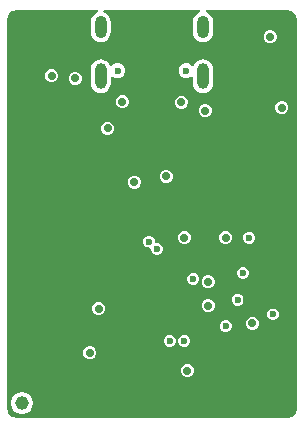
<source format=gbr>
%TF.GenerationSoftware,Altium Limited,Altium Designer,21.7.2 (23)*%
G04 Layer_Physical_Order=3*
G04 Layer_Color=16440176*
%FSLAX45Y45*%
%MOMM*%
%TF.SameCoordinates,838FB56E-0ED7-4152-9A2E-8E5145BDEB09*%
%TF.FilePolarity,Positive*%
%TF.FileFunction,Copper,L3,Inr,Signal*%
%TF.Part,Single*%
G01*
G75*
%TA.AperFunction,WasherPad*%
%ADD43C,1.15200*%
%TA.AperFunction,ComponentPad*%
%ADD44C,0.60000*%
%ADD45O,1.00000X2.20000*%
%ADD46O,1.00000X1.90000*%
%TA.AperFunction,ViaPad*%
%ADD47C,0.70000*%
%ADD48C,0.60000*%
G36*
X1150000Y2375000D02*
X1150000Y2375000D01*
X1150004D01*
X1163803Y2373724D01*
X1171877Y2372119D01*
X1185526Y2366465D01*
X1197810Y2358257D01*
X1208257Y2347810D01*
X1216464Y2335526D01*
X1222118Y2321877D01*
X1225000Y2307387D01*
X1224999Y2300000D01*
X1225001Y-999999D01*
X1225000Y-1000000D01*
X1225000Y-1007386D01*
X1222118Y-1021876D01*
X1216464Y-1035525D01*
X1208257Y-1047809D01*
X1197810Y-1058256D01*
X1185526Y-1066463D01*
X1171877Y-1072117D01*
X1157387Y-1074999D01*
X1150000Y-1074999D01*
X-1152879D01*
X-1168335Y-1071925D01*
X-1182894Y-1065894D01*
X-1195997Y-1057139D01*
X-1207140Y-1045996D01*
X-1215895Y-1032893D01*
X-1221925Y-1018334D01*
X-1225000Y-1002878D01*
Y-994999D01*
Y2300000D01*
X-1225000Y2307387D01*
X-1222118Y2321877D01*
X-1216464Y2335526D01*
X-1208257Y2347810D01*
X-1197810Y2358257D01*
X-1185526Y2366464D01*
X-1171877Y2372118D01*
X-1157387Y2375000D01*
X-1150000Y2374999D01*
X-457399Y2375000D01*
X-454167Y2360863D01*
X-474358Y2352500D01*
X-491696Y2339196D01*
X-505000Y2321858D01*
X-513363Y2301667D01*
X-516216Y2280000D01*
Y2190000D01*
X-513363Y2168333D01*
X-505000Y2148142D01*
X-491696Y2130804D01*
X-474358Y2117500D01*
X-454167Y2109137D01*
X-432500Y2106284D01*
X-410833Y2109137D01*
X-390642Y2117500D01*
X-373304Y2130804D01*
X-360000Y2148142D01*
X-351637Y2168333D01*
X-348784Y2190000D01*
Y2280000D01*
X-351637Y2301667D01*
X-360000Y2321858D01*
X-373304Y2339196D01*
X-390642Y2352500D01*
X-410833Y2360863D01*
X-407601Y2375000D01*
X407602Y2375000D01*
X410833Y2360863D01*
X390642Y2352500D01*
X373304Y2339196D01*
X360000Y2321858D01*
X351637Y2301667D01*
X348784Y2280000D01*
Y2190000D01*
X351637Y2168333D01*
X360000Y2148142D01*
X373304Y2130804D01*
X390642Y2117500D01*
X410833Y2109137D01*
X432500Y2106284D01*
X454167Y2109137D01*
X474358Y2117500D01*
X491696Y2130804D01*
X505000Y2148142D01*
X513363Y2168333D01*
X516216Y2190000D01*
Y2280000D01*
X513363Y2301667D01*
X505000Y2321858D01*
X491696Y2339196D01*
X474358Y2352500D01*
X454167Y2360863D01*
X457398Y2375000D01*
X1150000Y2375001D01*
X1150000Y2375000D01*
D02*
G37*
%LPC*%
G36*
X1010940Y2205000D02*
X989060D01*
X968845Y2196627D01*
X953374Y2181155D01*
X945000Y2160940D01*
Y2139060D01*
X953374Y2118845D01*
X968845Y2103373D01*
X989060Y2095000D01*
X1010940D01*
X1031155Y2103373D01*
X1046627Y2118845D01*
X1055000Y2139060D01*
Y2160940D01*
X1046627Y2181155D01*
X1031155Y2196627D01*
X1010940Y2205000D01*
D02*
G37*
G36*
X432500Y1958716D02*
X410833Y1955864D01*
X390642Y1947501D01*
X373304Y1934197D01*
X360000Y1916858D01*
X356144Y1907550D01*
X354622Y1906729D01*
X338923Y1905172D01*
X325686Y1918409D01*
X302531Y1928000D01*
X277469D01*
X254313Y1918409D01*
X236591Y1900687D01*
X227000Y1877531D01*
Y1852469D01*
X236591Y1829314D01*
X254313Y1811592D01*
X277469Y1802000D01*
X302531D01*
X325686Y1811592D01*
X333784Y1819689D01*
X348784Y1813476D01*
Y1755000D01*
X351637Y1733333D01*
X360000Y1713142D01*
X373304Y1695804D01*
X390642Y1682500D01*
X410833Y1674137D01*
X432500Y1671284D01*
X454167Y1674137D01*
X474358Y1682500D01*
X491696Y1695804D01*
X505000Y1713142D01*
X513363Y1733333D01*
X516216Y1755000D01*
Y1875000D01*
X513363Y1896668D01*
X505000Y1916858D01*
X491696Y1934197D01*
X474358Y1947501D01*
X454167Y1955864D01*
X432500Y1958716D01*
D02*
G37*
G36*
X-432500D02*
X-454167Y1955864D01*
X-474358Y1947501D01*
X-491696Y1934197D01*
X-505000Y1916858D01*
X-513363Y1896668D01*
X-516216Y1875000D01*
Y1755000D01*
X-513363Y1733333D01*
X-505000Y1713142D01*
X-491696Y1695804D01*
X-474358Y1682500D01*
X-454167Y1674137D01*
X-432500Y1671284D01*
X-410833Y1674137D01*
X-390642Y1682500D01*
X-373304Y1695804D01*
X-360000Y1713142D01*
X-351637Y1733333D01*
X-348784Y1755000D01*
Y1813476D01*
X-333784Y1819689D01*
X-325686Y1811592D01*
X-302531Y1802000D01*
X-277469D01*
X-254313Y1811592D01*
X-236591Y1829314D01*
X-227000Y1852469D01*
Y1877531D01*
X-236591Y1900687D01*
X-254313Y1918409D01*
X-277469Y1928000D01*
X-302531D01*
X-325686Y1918409D01*
X-338923Y1905172D01*
X-354622Y1906729D01*
X-356144Y1907550D01*
X-360000Y1916858D01*
X-373304Y1934197D01*
X-390642Y1947501D01*
X-410833Y1955864D01*
X-432500Y1958716D01*
D02*
G37*
G36*
X-839060Y1875000D02*
X-860940D01*
X-881155Y1866626D01*
X-896627Y1851155D01*
X-905000Y1830940D01*
Y1809060D01*
X-896627Y1788845D01*
X-881155Y1773373D01*
X-860940Y1765000D01*
X-839060D01*
X-818845Y1773373D01*
X-803374Y1788845D01*
X-795000Y1809060D01*
Y1830940D01*
X-803374Y1851155D01*
X-818845Y1866626D01*
X-839060Y1875000D01*
D02*
G37*
G36*
X-639060Y1855000D02*
X-660940D01*
X-681155Y1846626D01*
X-696626Y1831155D01*
X-705000Y1810940D01*
Y1789060D01*
X-696626Y1768845D01*
X-681155Y1753373D01*
X-660940Y1745000D01*
X-639060D01*
X-618845Y1753373D01*
X-603373Y1768845D01*
X-595000Y1789060D01*
Y1810940D01*
X-603373Y1831155D01*
X-618845Y1846626D01*
X-639060Y1855000D01*
D02*
G37*
G36*
X-239049Y1654991D02*
X-260929D01*
X-281143Y1646617D01*
X-296615Y1631146D01*
X-304988Y1610931D01*
Y1589051D01*
X-296615Y1568836D01*
X-281143Y1553364D01*
X-260929Y1544991D01*
X-239049D01*
X-218834Y1553364D01*
X-203362Y1568836D01*
X-194989Y1589051D01*
Y1610931D01*
X-203362Y1631146D01*
X-218834Y1646617D01*
X-239049Y1654991D01*
D02*
G37*
G36*
X260929Y1652284D02*
X239049D01*
X218834Y1643911D01*
X203362Y1628439D01*
X194989Y1608225D01*
Y1586345D01*
X203362Y1566130D01*
X218834Y1550658D01*
X239049Y1542285D01*
X260929D01*
X281143Y1550658D01*
X296615Y1566130D01*
X304988Y1586345D01*
Y1608225D01*
X296615Y1628439D01*
X281143Y1643911D01*
X260929Y1652284D01*
D02*
G37*
G36*
X1110940Y1605000D02*
X1089060D01*
X1068845Y1596627D01*
X1053374Y1581155D01*
X1045000Y1560940D01*
Y1539060D01*
X1053374Y1518845D01*
X1068845Y1503374D01*
X1089060Y1495000D01*
X1110940D01*
X1131155Y1503374D01*
X1146627Y1518845D01*
X1155000Y1539060D01*
Y1560940D01*
X1146627Y1581155D01*
X1131155Y1596627D01*
X1110940Y1605000D01*
D02*
G37*
G36*
X460940Y1580000D02*
X439060D01*
X418845Y1571627D01*
X403374Y1556155D01*
X395000Y1535940D01*
Y1514060D01*
X403374Y1493845D01*
X418845Y1478373D01*
X439060Y1470000D01*
X460940D01*
X481155Y1478373D01*
X496627Y1493845D01*
X505000Y1514060D01*
Y1535940D01*
X496627Y1556155D01*
X481155Y1571627D01*
X460940Y1580000D01*
D02*
G37*
G36*
X-364060Y1430000D02*
X-385940D01*
X-406155Y1421627D01*
X-421627Y1406155D01*
X-430000Y1385940D01*
Y1364060D01*
X-421627Y1343845D01*
X-406155Y1328374D01*
X-385940Y1320000D01*
X-364060D01*
X-343845Y1328374D01*
X-328373Y1343845D01*
X-320000Y1364060D01*
Y1385940D01*
X-328373Y1406155D01*
X-343845Y1421627D01*
X-364060Y1430000D01*
D02*
G37*
G36*
X130940Y1025000D02*
X109060D01*
X88845Y1016627D01*
X73373Y1001155D01*
X65000Y980940D01*
Y959060D01*
X73373Y938845D01*
X88845Y923374D01*
X109060Y915000D01*
X130940D01*
X151155Y923374D01*
X166627Y938845D01*
X175000Y959060D01*
Y980940D01*
X166627Y1001155D01*
X151155Y1016627D01*
X130940Y1025000D01*
D02*
G37*
G36*
X-139060Y975000D02*
X-160940D01*
X-181155Y966626D01*
X-196626Y951155D01*
X-205000Y930940D01*
Y909060D01*
X-196626Y888845D01*
X-181155Y873373D01*
X-160940Y865000D01*
X-139060D01*
X-118845Y873373D01*
X-103373Y888845D01*
X-95000Y909060D01*
Y930940D01*
X-103373Y951155D01*
X-118845Y966626D01*
X-139060Y975000D01*
D02*
G37*
G36*
X834945Y500000D02*
X815054D01*
X796677Y492388D01*
X782612Y478323D01*
X775000Y459946D01*
Y440054D01*
X782612Y421677D01*
X796677Y407612D01*
X815054Y400000D01*
X834945D01*
X853323Y407612D01*
X867388Y421677D01*
X875000Y440054D01*
Y459946D01*
X867388Y478323D01*
X853323Y492388D01*
X834945Y500000D01*
D02*
G37*
G36*
X285940Y505000D02*
X264060D01*
X243845Y496627D01*
X228373Y481155D01*
X220000Y460940D01*
Y439060D01*
X228373Y418845D01*
X243845Y403374D01*
X264060Y395000D01*
X285940D01*
X306155Y403374D01*
X321626Y418845D01*
X330000Y439060D01*
Y460940D01*
X321626Y481155D01*
X306155Y496627D01*
X285940Y505000D01*
D02*
G37*
G36*
X635940Y505000D02*
X614060D01*
X593845Y496626D01*
X578373Y481155D01*
X570000Y460940D01*
Y439060D01*
X578373Y418845D01*
X593845Y403373D01*
X614060Y395000D01*
X635940D01*
X656155Y403373D01*
X671627Y418845D01*
X680000Y439060D01*
Y460940D01*
X671627Y481155D01*
X656155Y496626D01*
X635940Y505000D01*
D02*
G37*
G36*
X-17554Y467500D02*
X-37445D01*
X-55823Y459888D01*
X-69888Y445823D01*
X-77500Y427445D01*
Y407554D01*
X-69888Y389177D01*
X-55823Y375112D01*
X-37445Y367500D01*
X-22067D01*
X-16253Y365778D01*
X-8208Y355135D01*
Y343504D01*
X-596Y325127D01*
X13469Y311061D01*
X31846Y303449D01*
X51737D01*
X70114Y311061D01*
X84180Y325127D01*
X91792Y343504D01*
Y363395D01*
X84180Y381772D01*
X70114Y395837D01*
X51737Y403449D01*
X36358D01*
X30545Y405171D01*
X22500Y415814D01*
Y427445D01*
X14888Y445823D01*
X823Y459888D01*
X-17554Y467500D01*
D02*
G37*
G36*
X779946Y200000D02*
X760054D01*
X741677Y192388D01*
X727612Y178323D01*
X720000Y159946D01*
Y140054D01*
X727612Y121677D01*
X741677Y107612D01*
X760054Y100000D01*
X779946D01*
X798323Y107612D01*
X812388Y121677D01*
X820000Y140054D01*
Y159946D01*
X812388Y178323D01*
X798323Y192388D01*
X779946Y200000D01*
D02*
G37*
G36*
X360599Y149347D02*
X340707D01*
X322330Y141735D01*
X308265Y127670D01*
X300653Y109293D01*
Y89401D01*
X308265Y71024D01*
X322330Y56959D01*
X340707Y49347D01*
X360599D01*
X378976Y56959D01*
X393041Y71024D01*
X400653Y89401D01*
Y109293D01*
X393041Y127670D01*
X378976Y141735D01*
X360599Y149347D01*
D02*
G37*
G36*
X485940Y130000D02*
X464060D01*
X443845Y121626D01*
X428373Y106155D01*
X420000Y85940D01*
Y64060D01*
X428373Y43845D01*
X443845Y28373D01*
X464060Y20000D01*
X485940D01*
X506155Y28373D01*
X521626Y43845D01*
X530000Y64060D01*
Y85940D01*
X521626Y106155D01*
X506155Y121626D01*
X485940Y130000D01*
D02*
G37*
G36*
X734946Y-25000D02*
X715054D01*
X696677Y-32612D01*
X682612Y-46677D01*
X675000Y-65054D01*
Y-84946D01*
X682612Y-103323D01*
X696677Y-117388D01*
X715054Y-125000D01*
X734946D01*
X753323Y-117388D01*
X767388Y-103323D01*
X775000Y-84946D01*
Y-65054D01*
X767388Y-46677D01*
X753323Y-32612D01*
X734946Y-25000D01*
D02*
G37*
G36*
X485940Y-70000D02*
X464060D01*
X443845Y-78373D01*
X428374Y-93845D01*
X420000Y-114060D01*
Y-135940D01*
X428374Y-156155D01*
X443845Y-171627D01*
X464060Y-180000D01*
X485940D01*
X506155Y-171627D01*
X521627Y-156155D01*
X530000Y-135940D01*
Y-114060D01*
X521627Y-93845D01*
X506155Y-78373D01*
X485940Y-70000D01*
D02*
G37*
G36*
X-439060Y-95000D02*
X-460940D01*
X-481155Y-103373D01*
X-496627Y-118845D01*
X-505000Y-139060D01*
Y-160940D01*
X-496627Y-181155D01*
X-481155Y-196626D01*
X-460940Y-205000D01*
X-439060D01*
X-418845Y-196626D01*
X-403374Y-181155D01*
X-395000Y-160940D01*
Y-139060D01*
X-403374Y-118845D01*
X-418845Y-103373D01*
X-439060Y-95000D01*
D02*
G37*
G36*
X1034946Y-150000D02*
X1015054D01*
X996677Y-157612D01*
X982612Y-171677D01*
X975000Y-190054D01*
Y-209946D01*
X982612Y-228323D01*
X996677Y-242388D01*
X1015054Y-250000D01*
X1034946D01*
X1053323Y-242388D01*
X1067388Y-228323D01*
X1075000Y-209946D01*
Y-190054D01*
X1067388Y-171677D01*
X1053323Y-157612D01*
X1034946Y-150000D01*
D02*
G37*
G36*
X860940Y-220000D02*
X839060D01*
X818845Y-228374D01*
X803373Y-243845D01*
X795000Y-264060D01*
Y-285940D01*
X803373Y-306155D01*
X818845Y-321627D01*
X839060Y-330000D01*
X860940D01*
X881155Y-321627D01*
X896626Y-306155D01*
X905000Y-285940D01*
Y-264060D01*
X896626Y-243845D01*
X881155Y-228374D01*
X860940Y-220000D01*
D02*
G37*
G36*
X634946Y-250000D02*
X615054D01*
X596677Y-257612D01*
X582612Y-271677D01*
X575000Y-290054D01*
Y-309946D01*
X582612Y-328323D01*
X596677Y-342388D01*
X615054Y-350000D01*
X634946D01*
X653323Y-342388D01*
X667388Y-328323D01*
X675000Y-309946D01*
Y-290054D01*
X667388Y-271677D01*
X653323Y-257612D01*
X634946Y-250000D01*
D02*
G37*
G36*
X159946Y-375000D02*
X140054D01*
X121677Y-382612D01*
X107612Y-396677D01*
X100000Y-415054D01*
Y-434946D01*
X107612Y-453323D01*
X121677Y-467388D01*
X140054Y-475000D01*
X159946D01*
X178323Y-467388D01*
X192388Y-453323D01*
X200000Y-434946D01*
Y-415054D01*
X192388Y-396677D01*
X178323Y-382612D01*
X159946Y-375000D01*
D02*
G37*
G36*
X284616Y-375330D02*
X264724D01*
X246347Y-382942D01*
X232282Y-397007D01*
X224670Y-415384D01*
Y-435275D01*
X232282Y-453653D01*
X246347Y-467718D01*
X264724Y-475330D01*
X284616D01*
X302993Y-467718D01*
X317058Y-453653D01*
X324670Y-435275D01*
Y-415384D01*
X317058Y-397007D01*
X302993Y-382942D01*
X284616Y-375330D01*
D02*
G37*
G36*
X-514060Y-470000D02*
X-535940D01*
X-556155Y-478373D01*
X-571626Y-493845D01*
X-580000Y-514060D01*
Y-535940D01*
X-571626Y-556155D01*
X-556155Y-571626D01*
X-535940Y-580000D01*
X-514060D01*
X-493845Y-571626D01*
X-478373Y-556155D01*
X-470000Y-535940D01*
Y-514060D01*
X-478373Y-493845D01*
X-493845Y-478373D01*
X-514060Y-470000D01*
D02*
G37*
G36*
X310940Y-620000D02*
X289060D01*
X268845Y-628373D01*
X253373Y-643845D01*
X245000Y-664060D01*
Y-685940D01*
X253373Y-706155D01*
X268845Y-721626D01*
X289060Y-730000D01*
X310940D01*
X331155Y-721626D01*
X346626Y-706155D01*
X355000Y-685940D01*
Y-664060D01*
X346626Y-643845D01*
X331155Y-628373D01*
X310940Y-620000D01*
D02*
G37*
G36*
X-1088072Y-859400D02*
X-1111928D01*
X-1134970Y-865574D01*
X-1155630Y-877502D01*
X-1172498Y-894370D01*
X-1184426Y-915030D01*
X-1190600Y-938072D01*
Y-961927D01*
X-1184426Y-984970D01*
X-1172498Y-1005629D01*
X-1155630Y-1022498D01*
X-1134970Y-1034425D01*
X-1111928Y-1040600D01*
X-1088072D01*
X-1065030Y-1034425D01*
X-1044371Y-1022498D01*
X-1027502Y-1005629D01*
X-1015575Y-984970D01*
X-1009400Y-961927D01*
Y-938072D01*
X-1015575Y-915030D01*
X-1027502Y-894370D01*
X-1044371Y-877502D01*
X-1065030Y-865574D01*
X-1088072Y-859400D01*
D02*
G37*
%LPD*%
D43*
X-1100000Y-950000D02*
D03*
D44*
X-290000Y1865000D02*
D03*
X290000D02*
D03*
D45*
X432500Y1815000D02*
D03*
X-432500D02*
D03*
D46*
Y2235000D02*
D03*
X432500D02*
D03*
D47*
X-950000Y2000000D02*
D03*
X-360000Y-940000D02*
D03*
X-160000Y700000D02*
D03*
Y820000D02*
D03*
X-150000Y920000D02*
D03*
X120000Y970000D02*
D03*
X-860000Y2280000D02*
D03*
X-1040000D02*
D03*
X860000D02*
D03*
X-850000Y1820000D02*
D03*
X1040000Y2280000D02*
D03*
X1000000Y2150000D02*
D03*
X680000Y1800000D02*
D03*
X850000Y1820000D02*
D03*
X675000Y1675000D02*
D03*
X752944Y834548D02*
D03*
X320000Y-520000D02*
D03*
X-300000Y1275000D02*
D03*
X-375000Y1375000D02*
D03*
X450000Y1525000D02*
D03*
Y1050000D02*
D03*
X775000Y1125000D02*
D03*
X75000Y1975000D02*
D03*
X-575000Y1900000D02*
D03*
X-100000Y1925000D02*
D03*
X550000Y1175000D02*
D03*
X-650000Y1800000D02*
D03*
X-150000Y2250000D02*
D03*
X125000Y2300000D02*
D03*
X-250000Y2150000D02*
D03*
X250000Y2175000D02*
D03*
X-600000D02*
D03*
X875000Y1025000D02*
D03*
X1050000D02*
D03*
X1175000Y1050000D02*
D03*
Y800000D02*
D03*
Y550000D02*
D03*
X-875000Y2175000D02*
D03*
X-600000Y1625000D02*
D03*
X-975000Y1450000D02*
D03*
X-950000Y400000D02*
D03*
X-800000Y625000D02*
D03*
Y275000D02*
D03*
X820000Y1570000D02*
D03*
X975000Y1550000D02*
D03*
X1100000Y1550000D02*
D03*
X-1175000Y1425000D02*
D03*
Y1200000D02*
D03*
Y975000D02*
D03*
X-1025000Y925000D02*
D03*
X-800000Y1610000D02*
D03*
X0Y2200000D02*
D03*
X300000Y2325000D02*
D03*
X-300000D02*
D03*
X-475000Y2075000D02*
D03*
X-575000Y1475000D02*
D03*
X-375000D02*
D03*
X-400000Y1175000D02*
D03*
X140000Y1250000D02*
D03*
X240000Y1200000D02*
D03*
X450000Y350000D02*
D03*
X275000Y450000D02*
D03*
X-775000Y-150000D02*
D03*
X-1175000Y350000D02*
D03*
Y100000D02*
D03*
Y-150000D02*
D03*
X-875000Y100000D02*
D03*
X-1025000Y-300000D02*
D03*
X-775000Y-50000D02*
D03*
X550000Y1550000D02*
D03*
X1175000Y350000D02*
D03*
X475000Y550000D02*
D03*
X1050000Y-350000D02*
D03*
X1175000D02*
D03*
Y-575000D02*
D03*
X790000Y-570000D02*
D03*
X-600000Y1140000D02*
D03*
X625000Y-900000D02*
D03*
X500000Y-1025000D02*
D03*
X375000Y-900000D02*
D03*
X250000Y-1025000D02*
D03*
X1050000Y-475000D02*
D03*
Y-675000D02*
D03*
X-550000D02*
D03*
X-1175000Y-400000D02*
D03*
X-675000D02*
D03*
X-925000D02*
D03*
X-620000Y-600000D02*
D03*
X-812312Y-628610D02*
D03*
X-1090000Y-520000D02*
D03*
X-1175000Y-650000D02*
D03*
X-575000Y-1025000D02*
D03*
X-380000Y-350000D02*
D03*
X-280000Y-570000D02*
D03*
Y-480000D02*
D03*
X50000Y-570000D02*
D03*
Y-480000D02*
D03*
X775000Y-1025000D02*
D03*
X875000Y-900000D02*
D03*
X125000D02*
D03*
X0Y-1025000D02*
D03*
X-1070000Y-790000D02*
D03*
X-810000Y-840000D02*
D03*
X-550000Y-820000D02*
D03*
X-675000Y-900000D02*
D03*
X-925000D02*
D03*
X1000000Y-775000D02*
D03*
X1125000Y-900000D02*
D03*
X1000000Y-1025000D02*
D03*
X-90000Y-850000D02*
D03*
X-250000Y-1025000D02*
D03*
X-800000D02*
D03*
X360000Y1200000D02*
D03*
X1100000Y1175000D02*
D03*
X350000Y875000D02*
D03*
Y1597294D02*
D03*
X249989Y1597285D02*
D03*
X-249989Y1599991D02*
D03*
X-350000Y1600000D02*
D03*
X-1025000Y1800000D02*
D03*
Y600000D02*
D03*
X450000Y-250000D02*
D03*
X475000Y-125000D02*
D03*
X-575000Y475000D02*
D03*
X-525000Y-525000D02*
D03*
X300000Y-675000D02*
D03*
X725000Y-300000D02*
D03*
X925000Y450000D02*
D03*
X1120000Y-130000D02*
D03*
X625000Y450000D02*
D03*
X850000Y-275000D02*
D03*
X1050000Y25000D02*
D03*
X-450000Y-150000D02*
D03*
X1175000Y125000D02*
D03*
X475000Y75000D02*
D03*
Y175000D02*
D03*
X225000Y950000D02*
D03*
X200000Y825000D02*
D03*
D48*
X-27500Y417500D02*
D03*
X770000Y150000D02*
D03*
X41792Y353449D02*
D03*
X350653Y99347D02*
D03*
X-675000Y-1045000D02*
D03*
X625000Y-75000D02*
D03*
X725000D02*
D03*
X-100000Y1350000D02*
D03*
X274670Y-425330D02*
D03*
X625000Y-300000D02*
D03*
X150000Y-425000D02*
D03*
X125000Y0D02*
D03*
X0Y-125000D02*
D03*
X-125000Y0D02*
D03*
X0Y125000D02*
D03*
X125000Y-125000D02*
D03*
X-125000D02*
D03*
X125000Y125000D02*
D03*
X-125000D02*
D03*
X825000Y450000D02*
D03*
X1025000Y-200000D02*
D03*
X875000Y250000D02*
D03*
%TF.MD5,8b7e611b332bb518d2d8b0e64249fc8d*%
M02*

</source>
